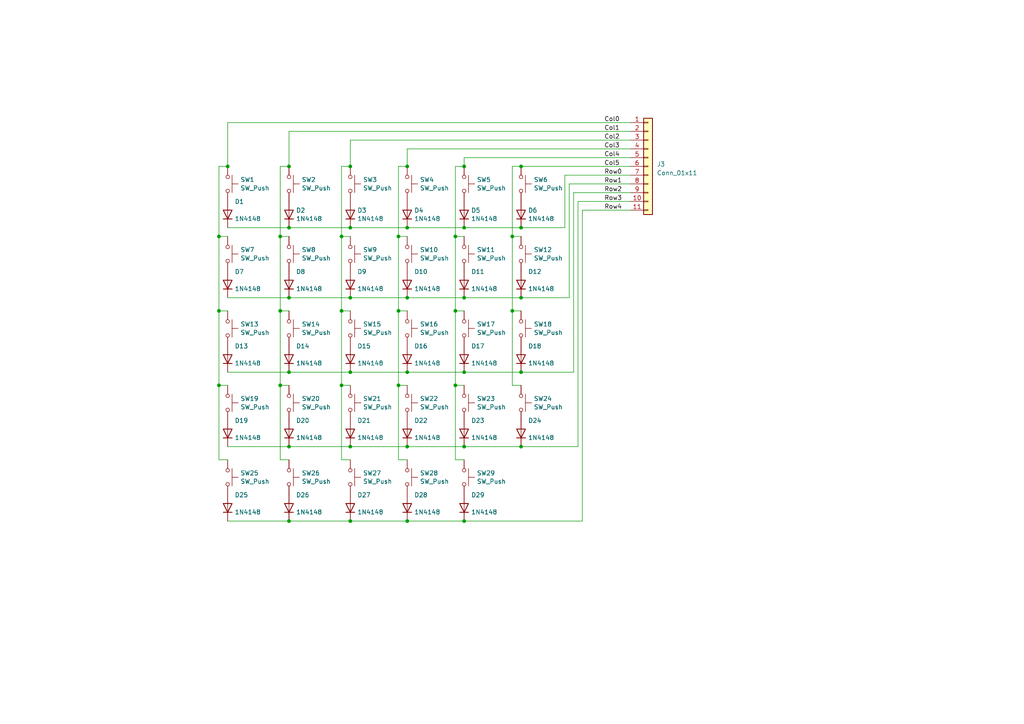
<source format=kicad_sch>
(kicad_sch (version 20230121) (generator eeschema)
  (paper "A4")
  (title_block (title "Left Key Matrix"))
  (lib_symbols
    (symbol "Connector_Generic:Conn_01x11" (pin_names (offset 1.016) hide)
      (property "Reference" "J" (at 0 15.24 0))
      (property "Value" "Conn_01x11" (at 0 -15.24 0))
      (symbol "Conn_01x11_1_1"
        (rectangle (start -1.27 -12.573) (end 0 -12.827) (stroke (width 0.1524)))
        (rectangle (start -1.27 -10.033) (end 0 -10.287) (stroke (width 0.1524)))
        (rectangle (start -1.27 -7.493) (end 0 -7.747) (stroke (width 0.1524)))
        (rectangle (start -1.27 -4.953) (end 0 -5.207) (stroke (width 0.1524)))
        (rectangle (start -1.27 -2.413) (end 0 -2.667) (stroke (width 0.1524)))
        (rectangle (start -1.27 0.127) (end 0 -0.127) (stroke (width 0.1524)))
        (rectangle (start -1.27 2.667) (end 0 2.413) (stroke (width 0.1524)))
        (rectangle (start -1.27 5.207) (end 0 4.953) (stroke (width 0.1524)))
        (rectangle (start -1.27 7.747) (end 0 7.493) (stroke (width 0.1524)))
        (rectangle (start -1.27 10.287) (end 0 10.033) (stroke (width 0.1524)))
        (rectangle (start -1.27 12.827) (end 0 12.573) (stroke (width 0.1524)))
        (rectangle (start -1.27 13.97) (end 1.27 -13.97) (stroke (width 0.254)) (fill (type background)))
        (pin passive line (at -5.08 12.7 0) (length 3.81) (name "Pin_1") (number "1"))
        (pin passive line (at -5.08 -10.16 0) (length 3.81) (name "Pin_10") (number "10"))
        (pin passive line (at -5.08 -12.7 0) (length 3.81) (name "Pin_11") (number "11"))
        (pin passive line (at -5.08 10.16 0) (length 3.81) (name "Pin_2") (number "2"))
        (pin passive line (at -5.08 7.62 0) (length 3.81) (name "Pin_3") (number "3"))
        (pin passive line (at -5.08 5.08 0) (length 3.81) (name "Pin_4") (number "4"))
        (pin passive line (at -5.08 2.54 0) (length 3.81) (name "Pin_5") (number "5"))
        (pin passive line (at -5.08 0 0) (length 3.81) (name "Pin_6") (number "6"))
        (pin passive line (at -5.08 -2.54 0) (length 3.81) (name "Pin_7") (number "7"))
        (pin passive line (at -5.08 -5.08 0) (length 3.81) (name "Pin_8") (number "8"))
        (pin passive line (at -5.08 -7.62 0) (length 3.81) (name "Pin_9") (number "9"))
      )
    )
    (symbol "Diode:1N4148" (pin_numbers hide) (pin_names hide)
      (property "Reference" "D" (at 0 2.54 0))
      (property "Value" "1N4148" (at 0 -2.54 0))
      (symbol "1N4148_0_1"
        (polyline (pts (xy -1.27 1.27) (xy -1.27 -1.27)) (stroke (width 0.254)))
        (polyline (pts (xy 1.27 0) (xy -1.27 0)))
        (polyline (pts (xy 1.27 1.27) (xy 1.27 -1.27) (xy -1.27 0) (xy 1.27 1.27)) (stroke (width 0.254)))
      )
      (symbol "1N4148_1_1"
        (pin passive line (at -3.81 0 0) (length 2.54) (name "K") (number "1"))
        (pin passive line (at 3.81 0 180) (length 2.54) (name "A") (number "2"))
      )
    )
    (symbol "Switch:SW_Push" (pin_numbers hide) (pin_names (offset 1.016) hide)
      (property "Reference" "SW" (at 1.27 2.54 0))
      (property "Value" "SW_Push" (at 0 -1.524 0))
      (symbol "SW_Push_0_1"
        (circle (center -2.032 0) (radius 0.508))
        (polyline (pts (xy 0 1.27) (xy 0 3.048)))
        (polyline (pts (xy 2.54 1.27) (xy -2.54 1.27)))
        (circle (center 2.032 0) (radius 0.508))
        (pin passive line (at -5.08 0 0) (length 2.54) (name "1") (number "1"))
        (pin passive line (at 5.08 0 180) (length 2.54) (name "2") (number "2"))
      )
    )
  )
  (junction (at 101.6 66.04))
  (junction (at 118.11 86.36))
  (junction (at 66.04 48.26))
  (junction (at 134.62 66.04))
  (junction (at 134.62 86.36))
  (junction (at 132.08 68.58))
  (junction (at 101.6 107.95))
  (junction (at 148.59 90.17))
  (junction (at 63.5 90.17))
  (junction (at 83.82 151.13))
  (junction (at 118.11 66.04))
  (junction (at 81.28 90.17))
  (junction (at 118.11 48.26))
  (junction (at 63.5 68.58))
  (junction (at 83.82 107.95))
  (junction (at 99.06 90.17))
  (junction (at 81.28 68.58))
  (junction (at 83.82 86.36))
  (junction (at 151.13 86.36))
  (junction (at 134.62 129.54))
  (junction (at 132.08 111.76))
  (junction (at 101.6 48.26))
  (junction (at 118.11 151.13))
  (junction (at 83.82 48.26))
  (junction (at 118.11 129.54))
  (junction (at 151.13 107.95))
  (junction (at 63.5 111.76))
  (junction (at 99.06 68.58))
  (junction (at 101.6 151.13))
  (junction (at 134.62 48.26))
  (junction (at 151.13 66.04))
  (junction (at 134.62 107.95))
  (junction (at 148.59 68.58))
  (junction (at 83.82 129.54))
  (junction (at 83.82 66.04))
  (junction (at 151.13 129.54))
  (junction (at 99.06 111.76))
  (junction (at 118.11 107.95))
  (junction (at 132.08 90.17))
  (junction (at 151.13 48.26))
  (junction (at 115.57 90.17))
  (junction (at 101.6 129.54))
  (junction (at 101.6 86.36))
  (junction (at 115.57 68.58))
  (junction (at 115.57 111.76))
  (junction (at 134.62 151.13))
  (junction (at 81.28 111.76))
  (wire (pts (xy 134.62 45.72) (xy 182.88 45.72)))
  (wire (pts (xy 101.6 129.54) (xy 118.11 129.54)))
  (wire (pts (xy 81.28 133.35) (xy 83.82 133.35)))
  (wire (pts (xy 115.57 133.35) (xy 118.11 133.35)))
  (wire (pts (xy 134.62 107.95) (xy 151.13 107.95)))
  (wire (pts (xy 167.64 58.42) (xy 167.64 129.54)))
  (wire (pts (xy 151.13 86.36) (xy 165.1 86.36)))
  (wire (pts (xy 101.6 66.04) (xy 118.11 66.04)))
  (wire (pts (xy 63.5 90.17) (xy 66.04 90.17)))
  (wire (pts (xy 132.08 111.76) (xy 132.08 133.35)))
  (wire (pts (xy 148.59 48.26) (xy 148.59 68.58)))
  (wire (pts (xy 83.82 129.54) (xy 101.6 129.54)))
  (wire (pts (xy 115.57 68.58) (xy 115.57 90.17)))
  (wire (pts (xy 83.82 38.1) (xy 83.82 48.26)))
  (wire (pts (xy 81.28 111.76) (xy 83.82 111.76)))
  (wire (pts (xy 118.11 151.13) (xy 134.62 151.13)))
  (wire (pts (xy 63.5 68.58) (xy 63.5 90.17)))
  (wire (pts (xy 99.06 90.17) (xy 99.06 111.76)))
  (wire (pts (xy 132.08 111.76) (xy 134.62 111.76)))
  (wire (pts (xy 63.5 111.76) (xy 66.04 111.76)))
  (wire (pts (xy 132.08 90.17) (xy 132.08 111.76)))
  (wire (pts (xy 115.57 90.17) (xy 118.11 90.17)))
  (wire (pts (xy 132.08 48.26) (xy 132.08 68.58)))
  (wire (pts (xy 66.04 35.56) (xy 182.88 35.56)))
  (wire (pts (xy 118.11 66.04) (xy 134.62 66.04)))
  (wire (pts (xy 151.13 48.26) (xy 182.88 48.26)))
  (wire (pts (xy 83.82 107.95) (xy 101.6 107.95)))
  (wire (pts (xy 151.13 48.26) (xy 148.59 48.26)))
  (wire (pts (xy 66.04 107.95) (xy 83.82 107.95)))
  (wire (pts (xy 81.28 48.26) (xy 81.28 68.58)))
  (wire (pts (xy 99.06 68.58) (xy 99.06 90.17)))
  (wire (pts (xy 101.6 40.64) (xy 101.6 48.26)))
  (wire (pts (xy 118.11 43.18) (xy 182.88 43.18)))
  (wire (pts (xy 66.04 86.36) (xy 83.82 86.36)))
  (wire (pts (xy 168.91 60.96) (xy 168.91 151.13)))
  (wire (pts (xy 134.62 151.13) (xy 168.91 151.13)))
  (wire (pts (xy 148.59 68.58) (xy 148.59 90.17)))
  (wire (pts (xy 166.37 55.88) (xy 166.37 107.95)))
  (wire (pts (xy 81.28 111.76) (xy 81.28 133.35)))
  (wire (pts (xy 101.6 107.95) (xy 118.11 107.95)))
  (wire (pts (xy 83.82 86.36) (xy 101.6 86.36)))
  (wire (pts (xy 163.83 50.8) (xy 163.83 66.04)))
  (wire (pts (xy 118.11 107.95) (xy 134.62 107.95)))
  (wire (pts (xy 132.08 68.58) (xy 132.08 90.17)))
  (wire (pts (xy 132.08 68.58) (xy 134.62 68.58)))
  (wire (pts (xy 118.11 129.54) (xy 134.62 129.54)))
  (wire (pts (xy 99.06 133.35) (xy 101.6 133.35)))
  (wire (pts (xy 83.82 48.26) (xy 81.28 48.26)))
  (wire (pts (xy 81.28 90.17) (xy 81.28 111.76)))
  (wire (pts (xy 132.08 90.17) (xy 134.62 90.17)))
  (wire (pts (xy 148.59 68.58) (xy 151.13 68.58)))
  (wire (pts (xy 63.5 90.17) (xy 63.5 111.76)))
  (wire (pts (xy 115.57 48.26) (xy 115.57 68.58)))
  (wire (pts (xy 83.82 151.13) (xy 101.6 151.13)))
  (wire (pts (xy 168.91 60.96) (xy 182.88 60.96)))
  (wire (pts (xy 163.83 66.04) (xy 151.13 66.04)))
  (wire (pts (xy 118.11 86.36) (xy 134.62 86.36)))
  (wire (pts (xy 99.06 90.17) (xy 101.6 90.17)))
  (wire (pts (xy 63.5 111.76) (xy 63.5 133.35)))
  (wire (pts (xy 101.6 48.26) (xy 99.06 48.26)))
  (wire (pts (xy 167.64 129.54) (xy 151.13 129.54)))
  (wire (pts (xy 165.1 53.34) (xy 182.88 53.34)))
  (wire (pts (xy 115.57 111.76) (xy 118.11 111.76)))
  (wire (pts (xy 99.06 111.76) (xy 101.6 111.76)))
  (wire (pts (xy 134.62 45.72) (xy 134.62 48.26)))
  (wire (pts (xy 63.5 133.35) (xy 66.04 133.35)))
  (wire (pts (xy 165.1 53.34) (xy 165.1 86.36)))
  (wire (pts (xy 166.37 55.88) (xy 182.88 55.88)))
  (wire (pts (xy 81.28 68.58) (xy 83.82 68.58)))
  (wire (pts (xy 148.59 90.17) (xy 148.59 111.76)))
  (wire (pts (xy 115.57 68.58) (xy 118.11 68.58)))
  (wire (pts (xy 81.28 90.17) (xy 83.82 90.17)))
  (wire (pts (xy 63.5 68.58) (xy 66.04 68.58)))
  (wire (pts (xy 167.64 58.42) (xy 182.88 58.42)))
  (wire (pts (xy 66.04 35.56) (xy 66.04 48.26)))
  (wire (pts (xy 99.06 48.26) (xy 99.06 68.58)))
  (wire (pts (xy 134.62 86.36) (xy 151.13 86.36)))
  (wire (pts (xy 132.08 133.35) (xy 134.62 133.35)))
  (wire (pts (xy 134.62 66.04) (xy 151.13 66.04)))
  (wire (pts (xy 115.57 90.17) (xy 115.57 111.76)))
  (wire (pts (xy 115.57 111.76) (xy 115.57 133.35)))
  (wire (pts (xy 134.62 48.26) (xy 132.08 48.26)))
  (wire (pts (xy 66.04 66.04) (xy 83.82 66.04)))
  (wire (pts (xy 99.06 111.76) (xy 99.06 133.35)))
  (wire (pts (xy 66.04 48.26) (xy 63.5 48.26)))
  (wire (pts (xy 63.5 48.26) (xy 63.5 68.58)))
  (wire (pts (xy 81.28 68.58) (xy 81.28 90.17)))
  (wire (pts (xy 101.6 40.64) (xy 182.88 40.64)))
  (wire (pts (xy 118.11 43.18) (xy 118.11 48.26)))
  (wire (pts (xy 148.59 111.76) (xy 151.13 111.76)))
  (wire (pts (xy 134.62 129.54) (xy 151.13 129.54)))
  (wire (pts (xy 66.04 129.54) (xy 83.82 129.54)))
  (wire (pts (xy 99.06 68.58) (xy 101.6 68.58)))
  (wire (pts (xy 151.13 107.95) (xy 166.37 107.95)))
  (wire (pts (xy 148.59 90.17) (xy 151.13 90.17)))
  (wire (pts (xy 101.6 86.36) (xy 118.11 86.36)))
  (wire (pts (xy 66.04 151.13) (xy 83.82 151.13)))
  (wire (pts (xy 118.11 48.26) (xy 115.57 48.26)))
  (wire (pts (xy 101.6 151.13) (xy 118.11 151.13)))
  (wire (pts (xy 163.83 50.8) (xy 182.88 50.8)))
  (wire (pts (xy 83.82 38.1) (xy 182.88 38.1)))
  (wire (pts (xy 83.82 66.04) (xy 101.6 66.04)))
  (label "Col5" (at 175.26 48.26 0))
  (label "Row3" (at 175.26 58.42 0))
  (label "Col2" (at 175.26 40.64 0))
  (label "Col3" (at 175.26 43.18 0))
  (label "Col1" (at 175.26 38.1 0))
  (label "Row1" (at 175.26 53.34 0))
  (label "Row2" (at 175.26 55.88 0))
  (label "Col4" (at 175.26 45.72 0))
  (label "Row0" (at 175.26 50.8 0))
  (label "Col0" (at 175.26 35.56 0))
  (label "Row4" (at 175.26 60.96 0))
  (symbol (lib_id "Diode:1N4148") (at 134.62 62.23 90) (unit 1)
    (property "Reference" "D5" (at 136.652 61.0179 90) (effects (justify right)))
    (property "Value" "1N4148" (at 136.652 63.4421 90) (effects (justify right)))
    (property "Footprint" "Diode_THT:D_DO-35_SOD27_P7.62mm_Horizontal" (effects hide))
    (property "Datasheet" "https://assets.nexperia.com/documents/data-sheet/1N4148_1N4448.pdf" (effects hide))
    (property "Sim.Device" "D" (effects hide))
    (property "Sim.Pins" "1=K 2=A" (effects hide))
    (instances (project "MK2" (path "" (reference "D5") (unit 1)) (path "" (reference "D81") (unit 1))))
  )
  (symbol (lib_id "Diode:1N4148") (at 83.82 82.55 90) (unit 1)
    (property "Reference" "D8" (at 85.852 78.7979 90) (effects (justify right)))
    (property "Value" "1N4148" (at 85.852 83.7621 90) (effects (justify right)))
    (property "Footprint" "Diode_THT:D_DO-35_SOD27_P7.62mm_Horizontal" (effects hide))
    (property "Datasheet" "https://assets.nexperia.com/documents/data-sheet/1N4148_1N4448.pdf" (effects hide))
    (property "Sim.Device" "D" (effects hide))
    (property "Sim.Pins" "1=K 2=A" (effects hide))
    (instances (project "MK2" (path "" (reference "D8") (unit 1)) (path "" (reference "D67") (unit 1))))
  )
  (symbol (lib_id "Switch:SW_Push") (at 101.6 116.84 270) (unit 1)
    (property "Reference" "SW21" (at 105.283 115.6279 90) (effects (justify left)))
    (property "Value" "SW_Push" (at 105.283 118.0521 90) (effects (justify left)))
    (property "Footprint" "PCM_Switch_Keyboard_Cherry_MX:SW_Cherry_MX_Plate_1.00u" (effects hide))
    (instances (project "MK2" (path "" (reference "SW21") (unit 1)) (path "" (reference "SW74") (unit 1))))
  )
  (symbol (lib_id "Diode:1N4148") (at 83.82 147.32 90) (unit 1)
    (property "Reference" "D26" (at 85.852 143.5679 90) (effects (justify right)))
    (property "Value" "1N4148" (at 85.852 148.5321 90) (effects (justify right)))
    (property "Footprint" "Diode_THT:D_DO-35_SOD27_P7.62mm_Horizontal" (effects hide))
    (property "Datasheet" "https://assets.nexperia.com/documents/data-sheet/1N4148_1N4448.pdf" (effects hide))
    (property "Sim.Device" "D" (effects hide))
    (property "Sim.Pins" "1=K 2=A" (effects hide))
    (instances (project "MK2" (path "" (reference "D26") (unit 1)) (path "" (reference "D70") (unit 1))))
  )
  (symbol (lib_id "Switch:SW_Push") (at 83.82 73.66 270) (unit 1)
    (property "Reference" "SW8" (at 87.503 72.4479 90) (effects (justify left)))
    (property "Value" "SW_Push" (at 87.503 74.8721 90) (effects (justify left)))
    (property "Footprint" "PCM_Switch_Keyboard_Cherry_MX:SW_Cherry_MX_Plate_1.00u" (effects hide))
    (instances (project "MK2" (path "" (reference "SW8") (unit 1)) (path "" (reference "SW67") (unit 1))))
  )
  (symbol (lib_id "Switch:SW_Push") (at 83.82 138.43 270) (unit 1)
    (property "Reference" "SW26" (at 87.503 137.2179 90) (effects (justify left)))
    (property "Value" "SW_Push" (at 87.503 139.6421 90) (effects (justify left)))
    (property "Footprint" "PCM_Switch_Keyboard_Cherry_MX:SW_Cherry_MX_Plate_1.00u" (effects hide))
    (instances (project "MK2" (path "" (reference "SW26") (unit 1)) (path "" (reference "SW70") (unit 1))))
  )
  (symbol (lib_id "Switch:SW_Push") (at 101.6 53.34 270) (unit 1)
    (property "Reference" "SW3" (at 105.283 52.1279 90) (effects (justify left)))
    (property "Value" "SW_Push" (at 105.283 54.5521 90) (effects (justify left)))
    (property "Footprint" "PCM_Switch_Keyboard_Cherry_MX:SW_Cherry_MX_Plate_1.00u" (effects hide))
    (instances (project "MK2" (path "" (reference "SW3") (unit 1)) (path "" (reference "SW71") (unit 1))))
  )
  (symbol (lib_id "Switch:SW_Push") (at 134.62 116.84 270) (unit 1)
    (property "Reference" "SW23" (at 138.303 115.6279 90) (effects (justify left)))
    (property "Value" "SW_Push" (at 138.303 118.0521 90) (effects (justify left)))
    (property "Footprint" "PCM_Switch_Keyboard_Cherry_MX:SW_Cherry_MX_Plate_1.00u" (effects hide))
    (instances (project "MK2" (path "" (reference "SW23") (unit 1)) (path "" (reference "SW84") (unit 1))))
  )
  (symbol (lib_id "Diode:1N4148") (at 101.6 125.73 90) (unit 1)
    (property "Reference" "D21" (at 103.632 121.9779 90) (effects (justify right)))
    (property "Value" "1N4148" (at 103.632 126.9421 90) (effects (justify right)))
    (property "Footprint" "Diode_THT:D_DO-35_SOD27_P7.62mm_Horizontal" (effects hide))
    (property "Datasheet" "https://assets.nexperia.com/documents/data-sheet/1N4148_1N4448.pdf" (effects hide))
    (property "Sim.Device" "D" (effects hide))
    (property "Sim.Pins" "1=K 2=A" (effects hide))
    (instances (project "MK2" (path "" (reference "D21") (unit 1)) (path "" (reference "D74") (unit 1))))
  )
  (symbol (lib_id "Diode:1N4148") (at 151.13 125.73 90) (unit 1)
    (property "Reference" "D24" (at 153.162 121.9779 90) (effects (justify right)))
    (property "Value" "1N4148" (at 153.162 126.9421 90) (effects (justify right)))
    (property "Footprint" "Diode_THT:D_DO-35_SOD27_P7.62mm_Horizontal" (effects hide))
    (property "Datasheet" "https://assets.nexperia.com/documents/data-sheet/1N4148_1N4448.pdf" (effects hide))
    (property "Sim.Device" "D" (effects hide))
    (property "Sim.Pins" "1=K 2=A" (effects hide))
    (instances (project "MK2" (path "" (reference "D24") (unit 1)) (path "" (reference "D89") (unit 1))))
  )
  (symbol (lib_id "Diode:1N4148") (at 134.62 82.55 90) (unit 1)
    (property "Reference" "D11" (at 136.652 78.7979 90) (effects (justify right)))
    (property "Value" "1N4148" (at 136.652 83.7621 90) (effects (justify right)))
    (property "Footprint" "Diode_THT:D_DO-35_SOD27_P7.62mm_Horizontal" (effects hide))
    (property "Datasheet" "https://assets.nexperia.com/documents/data-sheet/1N4148_1N4448.pdf" (effects hide))
    (property "Sim.Device" "D" (effects hide))
    (property "Sim.Pins" "1=K 2=A" (effects hide))
    (instances (project "MK2" (path "" (reference "D11") (unit 1)) (path "" (reference "D82") (unit 1))))
  )
  (symbol (lib_id "Diode:1N4148") (at 101.6 147.32 90) (unit 1)
    (property "Reference" "D27" (at 103.632 143.5679 90) (effects (justify right)))
    (property "Value" "1N4148" (at 103.632 148.5321 90) (effects (justify right)))
    (property "Footprint" "Diode_THT:D_DO-35_SOD27_P7.62mm_Horizontal" (effects hide))
    (property "Datasheet" "https://assets.nexperia.com/documents/data-sheet/1N4148_1N4448.pdf" (effects hide))
    (property "Sim.Device" "D" (effects hide))
    (property "Sim.Pins" "1=K 2=A" (effects hide))
    (instances (project "MK2" (path "" (reference "D27") (unit 1)) (path "" (reference "D75") (unit 1))))
  )
  (symbol (lib_id "Switch:SW_Push") (at 151.13 95.25 270) (unit 1)
    (property "Reference" "SW18" (at 154.813 94.0379 90) (effects (justify left)))
    (property "Value" "SW_Push" (at 154.813 96.4621 90) (effects (justify left)))
    (property "Footprint" "PCM_Switch_Keyboard_Cherry_MX:SW_Cherry_MX_Plate_1.00u" (effects hide))
    (instances (project "MK2" (path "" (reference "SW18") (unit 1)) (path "" (reference "SW88") (unit 1))))
  )
  (symbol (lib_id "Switch:SW_Push") (at 134.62 53.34 270) (unit 1)
    (property "Reference" "SW5" (at 138.303 52.1279 90) (effects (justify left)))
    (property "Value" "SW_Push" (at 138.303 54.5521 90) (effects (justify left)))
    (property "Footprint" "PCM_Switch_Keyboard_Cherry_MX:SW_Cherry_MX_Plate_1.00u" (effects hide))
    (instances (project "MK2" (path "" (reference "SW5") (unit 1)) (path "" (reference "SW81") (unit 1))))
  )
  (symbol (lib_id "Switch:SW_Push") (at 83.82 53.34 270) (unit 1)
    (property "Reference" "SW2" (at 87.503 52.1279 90) (effects (justify left)))
    (property "Value" "SW_Push" (at 87.503 54.5521 90) (effects (justify left)))
    (property "Footprint" "PCM_Switch_Keyboard_Cherry_MX:SW_Cherry_MX_Plate_1.00u" (effects hide))
    (instances (project "MK2" (path "" (reference "SW2") (unit 1)) (path "" (reference "SW66") (unit 1))))
  )
  (symbol (lib_id "Switch:SW_Push") (at 66.04 95.25 270) (unit 1)
    (property "Reference" "SW13" (at 69.723 94.0379 90) (effects (justify left)))
    (property "Value" "SW_Push" (at 69.723 96.4621 90) (effects (justify left)))
    (property "Footprint" "PCM_Switch_Keyboard_Cherry_MX:SW_Cherry_MX_Plate_1.00u" (effects hide))
    (instances (project "MK2" (path "" (reference "SW13") (unit 1)) (path "" (reference "SW63") (unit 1))))
  )
  (symbol (lib_id "Diode:1N4148") (at 101.6 82.55 90) (unit 1)
    (property "Reference" "D9" (at 103.632 78.7979 90) (effects (justify right)))
    (property "Value" "1N4148" (at 103.632 83.7621 90) (effects (justify right)))
    (property "Footprint" "Diode_THT:D_DO-35_SOD27_P7.62mm_Horizontal" (effects hide))
    (property "Datasheet" "https://assets.nexperia.com/documents/data-sheet/1N4148_1N4448.pdf" (effects hide))
    (property "Sim.Device" "D" (effects hide))
    (property "Sim.Pins" "1=K 2=A" (effects hide))
    (instances (project "MK2" (path "" (reference "D9") (unit 1)) (path "" (reference "D72") (unit 1))))
  )
  (symbol (lib_id "Diode:1N4148") (at 101.6 62.23 90) (unit 1)
    (property "Reference" "D3" (at 103.632 61.0179 90) (effects (justify right)))
    (property "Value" "1N4148" (at 103.632 63.4421 90) (effects (justify right)))
    (property "Footprint" "Diode_THT:D_DO-35_SOD27_P7.62mm_Horizontal" (effects hide))
    (property "Datasheet" "https://assets.nexperia.com/documents/data-sheet/1N4148_1N4448.pdf" (effects hide))
    (property "Sim.Device" "D" (effects hide))
    (property "Sim.Pins" "1=K 2=A" (effects hide))
    (instances (project "MK2" (path "" (reference "D3") (unit 1)) (path "" (reference "D71") (unit 1))))
  )
  (symbol (lib_id "Diode:1N4148") (at 101.6 104.14 90) (unit 1)
    (property "Reference" "D15" (at 103.632 100.3879 90) (effects (justify right)))
    (property "Value" "1N4148" (at 103.632 105.3521 90) (effects (justify right)))
    (property "Footprint" "Diode_THT:D_DO-35_SOD27_P7.62mm_Horizontal" (effects hide))
    (property "Datasheet" "https://assets.nexperia.com/documents/data-sheet/1N4148_1N4448.pdf" (effects hide))
    (property "Sim.Device" "D" (effects hide))
    (property "Sim.Pins" "1=K 2=A" (effects hide))
    (instances (project "MK2" (path "" (reference "D15") (unit 1)) (path "" (reference "D73") (unit 1))))
  )
  (symbol (lib_id "Connector_Generic:Conn_01x11") (at 187.96 48.26 0) (unit 1)
    (property "Reference" "J3" (at 190.5 47.625 0) (effects (justify left)))
    (property "Value" "Conn_01x11" (at 190.5 50.165 0) (effects (justify left)))
  )
  (symbol (lib_id "Switch:SW_Push") (at 151.13 73.66 270) (unit 1)
    (property "Reference" "SW12" (at 154.813 72.4479 90) (effects (justify left)))
    (property "Value" "SW_Push" (at 154.813 74.8721 90) (effects (justify left)))
    (property "Footprint" "PCM_Switch_Keyboard_Cherry_MX:SW_Cherry_MX_Plate_1.00u" (effects hide))
    (instances (project "MK2" (path "" (reference "SW12") (unit 1)) (path "" (reference "SW87") (unit 1))))
  )
  (symbol (lib_id "Diode:1N4148") (at 66.04 147.32 90) (unit 1)
    (property "Reference" "D25" (at 68.072 143.5679 90) (effects (justify right)))
    (property "Value" "1N4148" (at 68.072 148.5321 90) (effects (justify right)))
    (property "Footprint" "Diode_THT:D_DO-35_SOD27_P7.62mm_Horizontal" (effects hide))
    (property "Datasheet" "https://assets.nexperia.com/documents/data-sheet/1N4148_1N4448.pdf" (effects hide))
    (property "Sim.Device" "D" (effects hide))
    (property "Sim.Pins" "1=K 2=A" (effects hide))
    (instances (project "MK2" (path "" (reference "D25") (unit 1)) (path "" (reference "D65") (unit 1))))
  )
  (symbol (lib_id "Switch:SW_Push") (at 101.6 95.25 270) (unit 1)
    (property "Reference" "SW15" (at 105.283 94.0379 90) (effects (justify left)))
    (property "Value" "SW_Push" (at 105.283 96.4621 90) (effects (justify left)))
    (property "Footprint" "PCM_Switch_Keyboard_Cherry_MX:SW_Cherry_MX_Plate_1.00u" (effects hide))
    (instances (project "MK2" (path "" (reference "SW15") (unit 1)) (path "" (reference "SW73") (unit 1))))
  )
  (symbol (lib_id "Diode:1N4148") (at 83.82 104.14 90) (unit 1)
    (property "Reference" "D14" (at 85.852 100.3879 90) (effects (justify right)))
    (property "Value" "1N4148" (at 85.852 105.3521 90) (effects (justify right)))
    (property "Footprint" "Diode_THT:D_DO-35_SOD27_P7.62mm_Horizontal" (effects hide))
    (property "Datasheet" "https://assets.nexperia.com/documents/data-sheet/1N4148_1N4448.pdf" (effects hide))
    (property "Sim.Device" "D" (effects hide))
    (property "Sim.Pins" "1=K 2=A" (effects hide))
    (instances (project "MK2" (path "" (reference "D14") (unit 1)) (path "" (reference "D68") (unit 1))))
  )
  (symbol (lib_id "Switch:SW_Push") (at 66.04 53.34 270) (unit 1)
    (property "Reference" "SW1" (at 69.723 52.1279 90) (effects (justify left)))
    (property "Value" "SW_Push" (at 69.723 54.5521 90) (effects (justify left)))
    (property "Footprint" "PCM_Switch_Keyboard_Cherry_MX:SW_Cherry_MX_Plate_1.00u" (effects hide))
    (instances (project "MK2" (path "" (reference "SW1") (unit 1)) (path "" (reference "SW61") (unit 1))))
  )
  (symbol (lib_id "Switch:SW_Push") (at 83.82 116.84 270) (unit 1)
    (property "Reference" "SW20" (at 87.503 115.6279 90) (effects (justify left)))
    (property "Value" "SW_Push" (at 87.503 118.0521 90) (effects (justify left)))
    (property "Footprint" "PCM_Switch_Keyboard_Cherry_MX:SW_Cherry_MX_Plate_1.00u" (effects hide))
    (instances (project "MK2" (path "" (reference "SW20") (unit 1)) (path "" (reference "SW69") (unit 1))))
  )
  (symbol (lib_id "Diode:1N4148") (at 151.13 82.55 90) (unit 1)
    (property "Reference" "D12" (at 153.162 78.7979 90) (effects (justify right)))
    (property "Value" "1N4148" (at 153.162 83.7621 90) (effects (justify right)))
    (property "Footprint" "Diode_THT:D_DO-35_SOD27_P7.62mm_Horizontal" (effects hide))
    (property "Datasheet" "https://assets.nexperia.com/documents/data-sheet/1N4148_1N4448.pdf" (effects hide))
    (property "Sim.Device" "D" (effects hide))
    (property "Sim.Pins" "1=K 2=A" (effects hide))
    (instances (project "MK2" (path "" (reference "D12") (unit 1)) (path "" (reference "D87") (unit 1))))
  )
  (symbol (lib_id "Switch:SW_Push") (at 101.6 138.43 270) (unit 1)
    (property "Reference" "SW27" (at 105.283 137.2179 90) (effects (justify left)))
    (property "Value" "SW_Push" (at 105.283 139.6421 90) (effects (justify left)))
    (property "Footprint" "PCM_Switch_Keyboard_Cherry_MX:SW_Cherry_MX_Plate_1.00u" (effects hide))
    (instances (project "MK2" (path "" (reference "SW27") (unit 1)) (path "" (reference "SW75") (unit 1))))
  )
  (symbol (lib_id "Switch:SW_Push") (at 134.62 138.43 270) (unit 1)
    (property "Reference" "SW29" (at 138.303 137.2179 90) (effects (justify left)))
    (property "Value" "SW_Push" (at 138.303 139.6421 90) (effects (justify left)))
    (property "Footprint" "PCM_Switch_Keyboard_Cherry_MX:SW_Cherry_MX_Plate_1.00u" (effects hide))
    (instances (project "MK2" (path "" (reference "SW29") (unit 1)) (path "" (reference "SW85") (unit 1))))
  )
  (symbol (lib_id "Switch:SW_Push") (at 118.11 138.43 270) (unit 1)
    (property "Reference" "SW28" (at 121.793 137.2179 90) (effects (justify left)))
    (property "Value" "SW_Push" (at 121.793 139.6421 90) (effects (justify left)))
    (property "Footprint" "PCM_Switch_Keyboard_Cherry_MX:SW_Cherry_MX_Plate_1.00u" (effects hide))
    (instances (project "MK2" (path "" (reference "SW28") (unit 1)) (path "" (reference "SW80") (unit 1))))
  )
  (symbol (lib_id "Switch:SW_Push") (at 101.6 73.66 270) (unit 1)
    (property "Reference" "SW9" (at 105.283 72.4479 90) (effects (justify left)))
    (property "Value" "SW_Push" (at 105.283 74.8721 90) (effects (justify left)))
    (property "Footprint" "PCM_Switch_Keyboard_Cherry_MX:SW_Cherry_MX_Plate_1.00u" (effects hide))
    (instances (project "MK2" (path "" (reference "SW9") (unit 1)) (path "" (reference "SW72") (unit 1))))
  )
  (symbol (lib_id "Switch:SW_Push") (at 66.04 73.66 270) (unit 1)
    (property "Reference" "SW7" (at 69.723 72.4479 90) (effects (justify left)))
    (property "Value" "SW_Push" (at 69.723 74.8721 90) (effects (justify left)))
    (property "Footprint" "PCM_Switch_Keyboard_Cherry_MX:SW_Cherry_MX_Plate_1.00u" (effects hide))
    (instances (project "MK2" (path "" (reference "SW7") (unit 1)) (path "" (reference "SW62") (unit 1))))
  )
  (symbol (lib_id "Diode:1N4148") (at 83.82 125.73 90) (unit 1)
    (property "Reference" "D20" (at 85.852 121.9779 90) (effects (justify right)))
    (property "Value" "1N4148" (at 85.852 126.9421 90) (effects (justify right)))
    (property "Footprint" "Diode_THT:D_DO-35_SOD27_P7.62mm_Horizontal" (effects hide))
    (property "Datasheet" "https://assets.nexperia.com/documents/data-sheet/1N4148_1N4448.pdf" (effects hide))
    (property "Sim.Device" "D" (effects hide))
    (property "Sim.Pins" "1=K 2=A" (effects hide))
    (instances (project "MK2" (path "" (reference "D20") (unit 1)) (path "" (reference "D69") (unit 1))))
  )
  (symbol (lib_id "Diode:1N4148") (at 66.04 125.73 90) (unit 1)
    (property "Reference" "D19" (at 68.072 121.9779 90) (effects (justify right)))
    (property "Value" "1N4148" (at 68.072 126.9421 90) (effects (justify right)))
    (property "Footprint" "Diode_THT:D_DO-35_SOD27_P7.62mm_Horizontal" (effects hide))
    (property "Datasheet" "https://assets.nexperia.com/documents/data-sheet/1N4148_1N4448.pdf" (effects hide))
    (property "Sim.Device" "D" (effects hide))
    (property "Sim.Pins" "1=K 2=A" (effects hide))
    (instances (project "MK2" (path "" (reference "D19") (unit 1)) (path "" (reference "D64") (unit 1))))
  )
  (symbol (lib_id "Diode:1N4148") (at 151.13 62.23 90) (unit 1)
    (property "Reference" "D6" (at 153.162 61.0179 90) (effects (justify right)))
    (property "Value" "1N4148" (at 153.162 63.4421 90) (effects (justify right)))
    (property "Footprint" "Diode_THT:D_DO-35_SOD27_P7.62mm_Horizontal" (effects hide))
    (property "Datasheet" "https://assets.nexperia.com/documents/data-sheet/1N4148_1N4448.pdf" (effects hide))
    (property "Sim.Device" "D" (effects hide))
    (property "Sim.Pins" "1=K 2=A" (effects hide))
    (instances (project "MK2" (path "" (reference "D6") (unit 1)) (path "" (reference "D86") (unit 1))))
  )
  (symbol (lib_id "Diode:1N4148") (at 66.04 82.55 90) (unit 1)
    (property "Reference" "D7" (at 68.072 78.7979 90) (effects (justify right)))
    (property "Value" "1N4148" (at 68.072 83.7621 90) (effects (justify right)))
    (property "Footprint" "Diode_THT:D_DO-35_SOD27_P7.62mm_Horizontal" (effects hide))
    (property "Datasheet" "https://assets.nexperia.com/documents/data-sheet/1N4148_1N4448.pdf" (effects hide))
    (property "Sim.Device" "D" (effects hide))
    (property "Sim.Pins" "1=K 2=A" (effects hide))
    (instances (project "MK2" (path "" (reference "D7") (unit 1)) (path "" (reference "D62") (unit 1))))
  )
  (symbol (lib_id "Switch:SW_Push") (at 118.11 73.66 270) (unit 1)
    (property "Reference" "SW10" (at 121.793 72.4479 90) (effects (justify left)))
    (property "Value" "SW_Push" (at 121.793 74.8721 90) (effects (justify left)))
    (property "Footprint" "PCM_Switch_Keyboard_Cherry_MX:SW_Cherry_MX_Plate_1.00u" (effects hide))
    (instances (project "MK2" (path "" (reference "SW10") (unit 1)) (path "" (reference "SW77") (unit 1))))
  )
  (symbol (lib_id "Switch:SW_Push") (at 134.62 73.66 270) (unit 1)
    (property "Reference" "SW11" (at 138.303 72.4479 90) (effects (justify left)))
    (property "Value" "SW_Push" (at 138.303 74.8721 90) (effects (justify left)))
    (property "Footprint" "PCM_Switch_Keyboard_Cherry_MX:SW_Cherry_MX_Plate_1.00u" (effects hide))
    (instances (project "MK2" (path "" (reference "SW11") (unit 1)) (path "" (reference "SW82") (unit 1))))
  )
  (symbol (lib_id "Diode:1N4148") (at 118.11 62.23 90) (unit 1)
    (property "Reference" "D4" (at 120.142 61.0179 90) (effects (justify right)))
    (property "Value" "1N4148" (at 120.142 63.4421 90) (effects (justify right)))
    (property "Footprint" "Diode_THT:D_DO-35_SOD27_P7.62mm_Horizontal" (effects hide))
    (property "Datasheet" "https://assets.nexperia.com/documents/data-sheet/1N4148_1N4448.pdf" (effects hide))
    (property "Sim.Device" "D" (effects hide))
    (property "Sim.Pins" "1=K 2=A" (effects hide))
    (instances (project "MK2" (path "" (reference "D4") (unit 1)) (path "" (reference "D76") (unit 1))))
  )
  (symbol (lib_id "Switch:SW_Push") (at 66.04 138.43 270) (unit 1)
    (property "Reference" "SW25" (at 69.723 137.2179 90) (effects (justify left)))
    (property "Value" "SW_Push" (at 69.723 139.6421 90) (effects (justify left)))
    (property "Footprint" "PCM_Switch_Keyboard_Cherry_MX:SW_Cherry_MX_Plate_1.00u" (effects hide))
    (instances (project "MK2" (path "" (reference "SW25") (unit 1)) (path "" (reference "SW65") (unit 1))))
  )
  (symbol (lib_id "Switch:SW_Push") (at 151.13 53.34 270) (unit 1)
    (property "Reference" "SW6" (at 154.813 52.1279 90) (effects (justify left)))
    (property "Value" "SW_Push" (at 154.813 54.5521 90) (effects (justify left)))
    (property "Footprint" "PCM_Switch_Keyboard_Cherry_MX:SW_Cherry_MX_Plate_1.00u" (effects hide))
    (instances (project "MK2" (path "" (reference "SW6") (unit 1)) (path "" (reference "SW86") (unit 1))))
  )
  (symbol (lib_id "Switch:SW_Push") (at 83.82 95.25 270) (unit 1)
    (property "Reference" "SW14" (at 87.503 94.0379 90) (effects (justify left)))
    (property "Value" "SW_Push" (at 87.503 96.4621 90) (effects (justify left)))
    (property "Footprint" "PCM_Switch_Keyboard_Cherry_MX:SW_Cherry_MX_Plate_1.00u" (effects hide))
    (instances (project "MK2" (path "" (reference "SW14") (unit 1)) (path "" (reference "SW68") (unit 1))))
  )
  (symbol (lib_id "Switch:SW_Push") (at 118.11 53.34 270) (unit 1)
    (property "Reference" "SW4" (at 121.793 52.1279 90) (effects (justify left)))
    (property "Value" "SW_Push" (at 121.793 54.5521 90) (effects (justify left)))
    (property "Footprint" "PCM_Switch_Keyboard_Cherry_MX:SW_Cherry_MX_Plate_1.00u" (effects hide))
    (instances (project "MK2" (path "" (reference "SW4") (unit 1)) (path "" (reference "SW76") (unit 1))))
  )
  (symbol (lib_id "Switch:SW_Push") (at 66.04 116.84 270) (unit 1)
    (property "Reference" "SW19" (at 69.723 115.6279 90) (effects (justify left)))
    (property "Value" "SW_Push" (at 69.723 118.0521 90) (effects (justify left)))
    (property "Footprint" "PCM_Switch_Keyboard_Cherry_MX:SW_Cherry_MX_Plate_1.00u" (effects hide))
    (instances (project "MK2" (path "" (reference "SW19") (unit 1)) (path "" (reference "SW64") (unit 1))))
  )
  (symbol (lib_id "Diode:1N4148") (at 83.82 62.23 90) (unit 1)
    (property "Reference" "D2" (at 85.852 61.0179 90) (effects (justify right)))
    (property "Value" "1N4148" (at 85.852 63.4421 90) (effects (justify right)))
    (property "Footprint" "Diode_THT:D_DO-35_SOD27_P7.62mm_Horizontal" (effects hide))
    (property "Datasheet" "https://assets.nexperia.com/documents/data-sheet/1N4148_1N4448.pdf" (effects hide))
    (property "Sim.Device" "D" (effects hide))
    (property "Sim.Pins" "1=K 2=A" (effects hide))
    (instances (project "MK2" (path "" (reference "D2") (unit 1)) (path "" (reference "D66") (unit 1))))
  )
  (symbol (lib_id "Diode:1N4148") (at 134.62 125.73 90) (unit 1)
    (property "Reference" "D23" (at 136.652 121.9779 90) (effects (justify right)))
    (property "Value" "1N4148" (at 136.652 126.9421 90) (effects (justify right)))
    (property "Footprint" "Diode_THT:D_DO-35_SOD27_P7.62mm_Horizontal" (effects hide))
    (property "Datasheet" "https://assets.nexperia.com/documents/data-sheet/1N4148_1N4448.pdf" (effects hide))
    (property "Sim.Device" "D" (effects hide))
    (property "Sim.Pins" "1=K 2=A" (effects hide))
    (instances (project "MK2" (path "" (reference "D23") (unit 1)) (path "" (reference "D84") (unit 1))))
  )
  (symbol (lib_id "Diode:1N4148") (at 118.11 125.73 90) (unit 1)
    (property "Reference" "D22" (at 120.142 121.9779 90) (effects (justify right)))
    (property "Value" "1N4148" (at 120.142 126.9421 90) (effects (justify right)))
    (property "Footprint" "Diode_THT:D_DO-35_SOD27_P7.62mm_Horizontal" (effects hide))
    (property "Datasheet" "https://assets.nexperia.com/documents/data-sheet/1N4148_1N4448.pdf" (effects hide))
    (property "Sim.Device" "D" (effects hide))
    (property "Sim.Pins" "1=K 2=A" (effects hide))
    (instances (project "MK2" (path "" (reference "D22") (unit 1)) (path "" (reference "D79") (unit 1))))
  )
  (symbol (lib_id "Switch:SW_Push") (at 151.13 116.84 270) (unit 1)
    (property "Reference" "SW24" (at 154.813 115.6279 90) (effects (justify left)))
    (property "Value" "SW_Push" (at 154.813 118.0521 90) (effects (justify left)))
    (property "Footprint" "PCM_Switch_Keyboard_Cherry_MX:SW_Cherry_MX_Plate_1.00u" (effects hide))
    (instances (project "MK2" (path "" (reference "SW24") (unit 1)) (path "" (reference "SW89") (unit 1))))
  )
  (symbol (lib_id "Switch:SW_Push") (at 134.62 95.25 270) (unit 1)
    (property "Reference" "SW17" (at 138.303 94.0379 90) (effects (justify left)))
    (property "Value" "SW_Push" (at 138.303 96.4621 90) (effects (justify left)))
    (property "Footprint" "PCM_Switch_Keyboard_Cherry_MX:SW_Cherry_MX_Plate_1.00u" (effects hide))
    (instances (project "MK2" (path "" (reference "SW17") (unit 1)) (path "" (reference "SW83") (unit 1))))
  )
  (symbol (lib_id "Diode:1N4148") (at 134.62 104.14 90) (unit 1)
    (property "Reference" "D17" (at 136.652 100.3879 90) (effects (justify right)))
    (property "Value" "1N4148" (at 136.652 105.3521 90) (effects (justify right)))
    (property "Footprint" "Diode_THT:D_DO-35_SOD27_P7.62mm_Horizontal" (effects hide))
    (property "Datasheet" "https://assets.nexperia.com/documents/data-sheet/1N4148_1N4448.pdf" (effects hide))
    (property "Sim.Device" "D" (effects hide))
    (property "Sim.Pins" "1=K 2=A" (effects hide))
    (instances (project "MK2" (path "" (reference "D17") (unit 1)) (path "" (reference "D83") (unit 1))))
  )
  (symbol (lib_id "Diode:1N4148") (at 66.04 62.23 90) (unit 1)
    (property "Reference" "D1" (at 68.072 58.4779 90) (effects (justify right)))
    (property "Value" "1N4148" (at 68.072 63.4421 90) (effects (justify right)))
    (property "Footprint" "Diode_THT:D_DO-35_SOD27_P7.62mm_Horizontal" (effects hide))
    (property "Datasheet" "https://assets.nexperia.com/documents/data-sheet/1N4148_1N4448.pdf" (effects hide))
    (property "Sim.Device" "D" (effects hide))
    (property "Sim.Pins" "1=K 2=A" (effects hide))
    (instances (project "MK2" (path "" (reference "D1") (unit 1)) (path "" (reference "D61") (unit 1))))
  )
  (symbol (lib_id "Diode:1N4148") (at 118.11 104.14 90) (unit 1)
    (property "Reference" "D16" (at 120.142 100.3879 90) (effects (justify right)))
    (property "Value" "1N4148" (at 120.142 105.3521 90) (effects (justify right)))
    (property "Footprint" "Diode_THT:D_DO-35_SOD27_P7.62mm_Horizontal" (effects hide))
    (property "Datasheet" "https://assets.nexperia.com/documents/data-sheet/1N4148_1N4448.pdf" (effects hide))
    (property "Sim.Device" "D" (effects hide))
    (property "Sim.Pins" "1=K 2=A" (effects hide))
    (instances (project "MK2" (path "" (reference "D16") (unit 1)) (path "" (reference "D78") (unit 1))))
  )
  (symbol (lib_id "Switch:SW_Push") (at 118.11 116.84 270) (unit 1)
    (property "Reference" "SW22" (at 121.793 115.6279 90) (effects (justify left)))
    (property "Value" "SW_Push" (at 121.793 118.0521 90) (effects (justify left)))
    (property "Footprint" "PCM_Switch_Keyboard_Cherry_MX:SW_Cherry_MX_Plate_1.00u" (effects hide))
    (instances (project "MK2" (path "" (reference "SW22") (unit 1)) (path "" (reference "SW79") (unit 1))))
  )
  (symbol (lib_id "Diode:1N4148") (at 118.11 82.55 90) (unit 1)
    (property "Reference" "D10" (at 120.142 78.7979 90) (effects (justify right)))
    (property "Value" "1N4148" (at 120.142 83.7621 90) (effects (justify right)))
    (property "Footprint" "Diode_THT:D_DO-35_SOD27_P7.62mm_Horizontal" (effects hide))
    (property "Datasheet" "https://assets.nexperia.com/documents/data-sheet/1N4148_1N4448.pdf" (effects hide))
    (property "Sim.Device" "D" (effects hide))
    (property "Sim.Pins" "1=K 2=A" (effects hide))
    (instances (project "MK2" (path "" (reference "D10") (unit 1)) (path "" (reference "D77") (unit 1))))
  )
  (symbol (lib_id "Switch:SW_Push") (at 118.11 95.25 270) (unit 1)
    (property "Reference" "SW16" (at 121.793 94.0379 90) (effects (justify left)))
    (property "Value" "SW_Push" (at 121.793 96.4621 90) (effects (justify left)))
    (property "Footprint" "PCM_Switch_Keyboard_Cherry_MX:SW_Cherry_MX_Plate_1.00u" (effects hide))
    (instances (project "MK2" (path "" (reference "SW16") (unit 1)) (path "" (reference "SW78") (unit 1))))
  )
  (symbol (lib_id "Diode:1N4148") (at 66.04 104.14 90) (unit 1)
    (property "Reference" "D13" (at 68.072 100.3879 90) (effects (justify right)))
    (property "Value" "1N4148" (at 68.072 105.3521 90) (effects (justify right)))
    (property "Footprint" "Diode_THT:D_DO-35_SOD27_P7.62mm_Horizontal" (effects hide))
    (property "Datasheet" "https://assets.nexperia.com/documents/data-sheet/1N4148_1N4448.pdf" (effects hide))
    (property "Sim.Device" "D" (effects hide))
    (property "Sim.Pins" "1=K 2=A" (effects hide))
    (instances (project "MK2" (path "" (reference "D13") (unit 1)) (path "" (reference "D63") (unit 1))))
  )
  (symbol (lib_id "Diode:1N4148") (at 151.13 104.14 90) (unit 1)
    (property "Reference" "D18" (at 153.162 100.3879 90) (effects (justify right)))
    (property "Value" "1N4148" (at 153.162 105.3521 90) (effects (justify right)))
    (property "Footprint" "Diode_THT:D_DO-35_SOD27_P7.62mm_Horizontal" (effects hide))
    (property "Datasheet" "https://assets.nexperia.com/documents/data-sheet/1N4148_1N4448.pdf" (effects hide))
    (property "Sim.Device" "D" (effects hide))
    (property "Sim.Pins" "1=K 2=A" (effects hide))
    (instances (project "MK2" (path "" (reference "D18") (unit 1)) (path "" (reference "D88") (unit 1))))
  )
  (symbol (lib_id "Diode:1N4148") (at 134.62 147.32 90) (unit 1)
    (property "Reference" "D29" (at 136.652 143.5679 90) (effects (justify right)))
    (property "Value" "1N4148" (at 136.652 148.5321 90) (effects (justify right)))
    (property "Footprint" "Diode_THT:D_DO-35_SOD27_P7.62mm_Horizontal" (effects hide))
    (property "Datasheet" "https://assets.nexperia.com/documents/data-sheet/1N4148_1N4448.pdf" (effects hide))
    (property "Sim.Device" "D" (effects hide))
    (property "Sim.Pins" "1=K 2=A" (effects hide))
    (instances (project "MK2" (path "" (reference "D29") (unit 1)) (path "" (reference "D85") (unit 1))))
  )
  (symbol (lib_id "Diode:1N4148") (at 118.11 147.32 90) (unit 1)
    (property "Reference" "D28" (at 120.142 143.5679 90) (effects (justify right)))
    (property "Value" "1N4148" (at 120.142 148.5321 90) (effects (justify right)))
    (property "Footprint" "Diode_THT:D_DO-35_SOD27_P7.62mm_Horizontal" (effects hide))
    (property "Datasheet" "https://assets.nexperia.com/documents/data-sheet/1N4148_1N4448.pdf" (effects hide))
    (property "Sim.Device" "D" (effects hide))
    (property "Sim.Pins" "1=K 2=A" (effects hide))
    (instances (project "MK2" (path "" (reference "D28") (unit 1)) (path "" (reference "D80") (unit 1))))
  )
)
</source>
